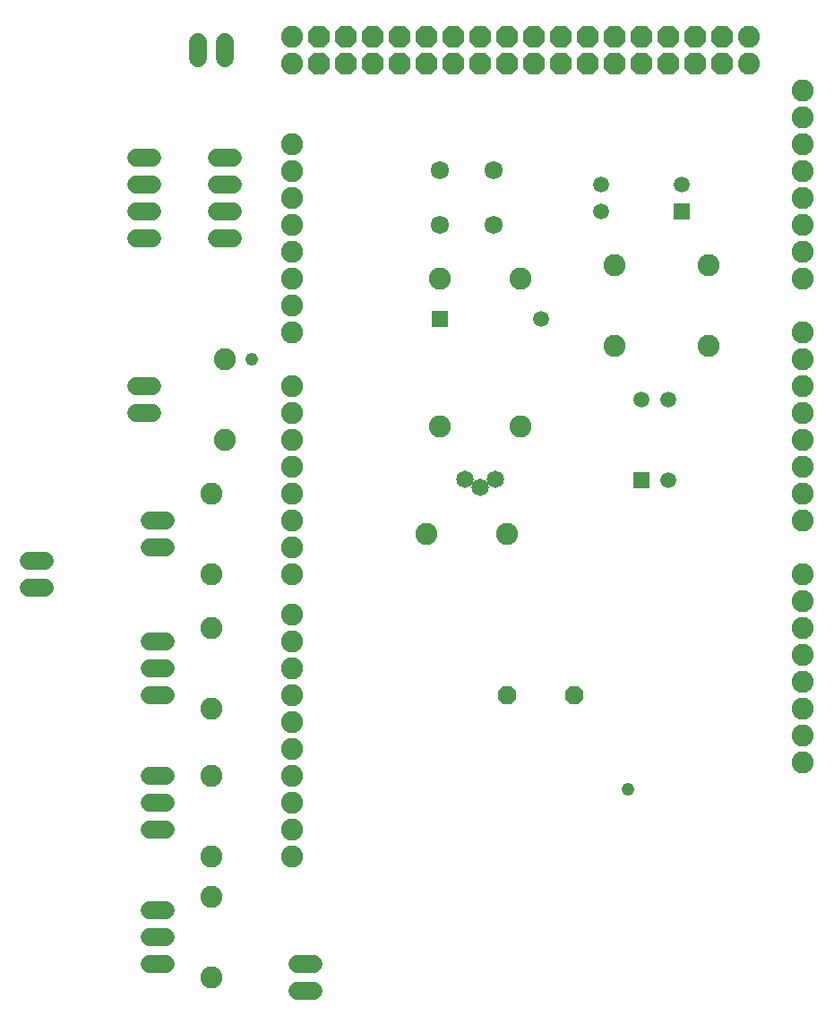
<source format=gbs>
G75*
%MOIN*%
%OFA0B0*%
%FSLAX25Y25*%
%IPPOS*%
%LPD*%
%AMOC8*
5,1,8,0,0,1.08239X$1,22.5*
%
%ADD10OC8,0.06800*%
%ADD11C,0.08200*%
%ADD12OC8,0.08200*%
%ADD13C,0.06776*%
%ADD14C,0.06800*%
%ADD15R,0.05950X0.05950*%
%ADD16C,0.05950*%
%ADD17C,0.06501*%
%ADD18C,0.04800*%
%ADD19C,0.04762*%
D10*
X0196000Y0161250D03*
X0221000Y0161250D03*
D11*
X0196000Y0221250D03*
X0166000Y0221250D03*
X0171000Y0261250D03*
X0201000Y0261250D03*
X0236000Y0291250D03*
X0236000Y0321250D03*
X0271000Y0321250D03*
X0271000Y0291250D03*
X0306000Y0286250D03*
X0306000Y0276250D03*
X0306000Y0266250D03*
X0306000Y0256250D03*
X0306000Y0246250D03*
X0306000Y0236250D03*
X0306000Y0226250D03*
X0306000Y0206250D03*
X0306000Y0196250D03*
X0306000Y0186250D03*
X0306000Y0176250D03*
X0306000Y0166250D03*
X0306000Y0156250D03*
X0306000Y0146250D03*
X0306000Y0136250D03*
X0306000Y0296250D03*
X0306000Y0316250D03*
X0306000Y0326250D03*
X0306000Y0336250D03*
X0306000Y0346250D03*
X0306000Y0356250D03*
X0306000Y0366250D03*
X0306000Y0376250D03*
X0306000Y0386250D03*
X0286000Y0396250D03*
X0286000Y0406250D03*
X0201000Y0316250D03*
X0171000Y0316250D03*
X0116000Y0316250D03*
X0116000Y0306250D03*
X0116000Y0296250D03*
X0116000Y0276250D03*
X0116000Y0266250D03*
X0116000Y0256250D03*
X0116000Y0246250D03*
X0116000Y0236250D03*
X0116000Y0226250D03*
X0116000Y0216250D03*
X0116000Y0206250D03*
X0116000Y0191250D03*
X0116000Y0181250D03*
X0116000Y0171250D03*
X0116000Y0161250D03*
X0116000Y0151250D03*
X0116000Y0141250D03*
X0116000Y0131250D03*
X0116000Y0121250D03*
X0116000Y0111250D03*
X0116000Y0101250D03*
X0086000Y0101250D03*
X0086000Y0086250D03*
X0086000Y0056250D03*
X0086000Y0131250D03*
X0086000Y0156250D03*
X0086000Y0186250D03*
X0086000Y0206250D03*
X0086000Y0236250D03*
X0091000Y0256250D03*
X0091000Y0286250D03*
X0116000Y0326250D03*
X0116000Y0336250D03*
X0116000Y0346250D03*
X0116000Y0356250D03*
X0116000Y0366250D03*
X0116000Y0396250D03*
X0116000Y0406250D03*
D12*
X0126000Y0406250D03*
X0126000Y0396250D03*
X0136000Y0396250D03*
X0146000Y0396250D03*
X0146000Y0406250D03*
X0136000Y0406250D03*
X0156000Y0406250D03*
X0156000Y0396250D03*
X0166000Y0396250D03*
X0176000Y0396250D03*
X0176000Y0406250D03*
X0166000Y0406250D03*
X0186000Y0406250D03*
X0186000Y0396250D03*
X0196000Y0396250D03*
X0196000Y0406250D03*
X0206000Y0406250D03*
X0216000Y0406250D03*
X0216000Y0396250D03*
X0206000Y0396250D03*
X0226000Y0396250D03*
X0226000Y0406250D03*
X0236000Y0406250D03*
X0236000Y0396250D03*
X0246000Y0396250D03*
X0256000Y0396250D03*
X0256000Y0406250D03*
X0246000Y0406250D03*
X0266000Y0406250D03*
X0266000Y0396250D03*
X0276000Y0396250D03*
X0276000Y0406250D03*
D13*
X0191039Y0356289D03*
X0191039Y0336211D03*
X0170961Y0336211D03*
X0170961Y0356289D03*
D14*
X0069000Y0061250D02*
X0063000Y0061250D01*
X0063000Y0071250D02*
X0069000Y0071250D01*
X0069000Y0081250D02*
X0063000Y0081250D01*
X0063000Y0111250D02*
X0069000Y0111250D01*
X0069000Y0121250D02*
X0063000Y0121250D01*
X0063000Y0131250D02*
X0069000Y0131250D01*
X0069000Y0161250D02*
X0063000Y0161250D01*
X0063000Y0171250D02*
X0069000Y0171250D01*
X0069000Y0181250D02*
X0063000Y0181250D01*
X0063000Y0216250D02*
X0069000Y0216250D01*
X0069000Y0226250D02*
X0063000Y0226250D01*
X0064000Y0266250D02*
X0058000Y0266250D01*
X0058000Y0276250D02*
X0064000Y0276250D01*
X0064000Y0331250D02*
X0058000Y0331250D01*
X0058000Y0341250D02*
X0064000Y0341250D01*
X0064000Y0351250D02*
X0058000Y0351250D01*
X0058000Y0361250D02*
X0064000Y0361250D01*
X0088000Y0361250D02*
X0094000Y0361250D01*
X0094000Y0351250D02*
X0088000Y0351250D01*
X0088000Y0341250D02*
X0094000Y0341250D01*
X0094000Y0331250D02*
X0088000Y0331250D01*
X0091000Y0398250D02*
X0091000Y0404250D01*
X0081000Y0404250D02*
X0081000Y0398250D01*
X0024000Y0211250D02*
X0018000Y0211250D01*
X0018000Y0201250D02*
X0024000Y0201250D01*
X0118000Y0061250D02*
X0124000Y0061250D01*
X0124000Y0051250D02*
X0118000Y0051250D01*
D15*
X0246000Y0241250D03*
X0171000Y0301250D03*
X0261000Y0341250D03*
D16*
X0261000Y0351250D03*
X0231000Y0351250D03*
X0231000Y0341250D03*
X0208402Y0301250D03*
X0246000Y0271250D03*
X0256000Y0271250D03*
X0256000Y0241250D03*
D17*
X0191709Y0241289D03*
X0186000Y0238337D03*
X0180291Y0241289D03*
D18*
X0241000Y0126250D03*
D19*
X0101000Y0286250D03*
M02*

</source>
